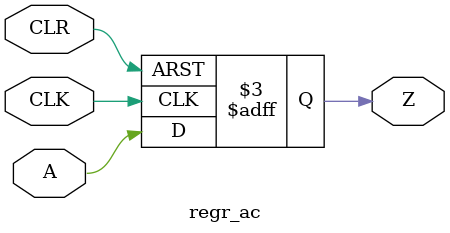
<source format=v>
module regr_ac(
	input  A,   
	input CLR,   
	input CLK,   
	output reg Z
);
   always @(posedge CLK or negedge CLR) begin
      if (!CLR) Z <= 1'B0;
      else Z <= (A);
   end
endmodule
</source>
